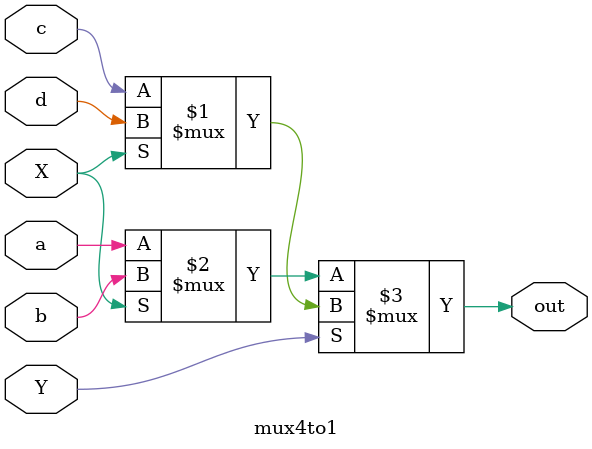
<source format=v>
module mux4to1 (input a, 
				input b, 
				input c, 
				input d, 
				input X, Y,
				output out); 

  assign out = Y ? (X ? d : c) : (X ? b : a); 

endmodule
</source>
